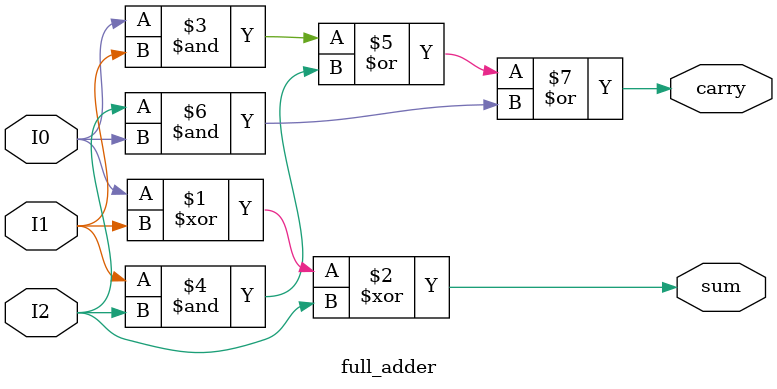
<source format=v>
`timescale 1ns / 1ps
module full_adder(I0,I1,I2,sum,carry);
input I0,I1,I2;
output sum, carry;
   
assign sum = I0^I1^I2;
assign carry = (I0&I1) |(I1&I2) |(I2&I0);

endmodule

</source>
